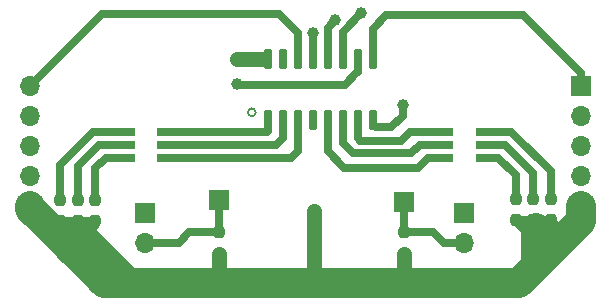
<source format=gbr>
%TF.GenerationSoftware,KiCad,Pcbnew,(6.0.2)*%
%TF.CreationDate,2022-03-27T20:09:04+02:00*%
%TF.ProjectId,pcb,7063622e-6b69-4636-9164-5f7063625858,rev?*%
%TF.SameCoordinates,Original*%
%TF.FileFunction,Copper,L1,Top*%
%TF.FilePolarity,Positive*%
%FSLAX46Y46*%
G04 Gerber Fmt 4.6, Leading zero omitted, Abs format (unit mm)*
G04 Created by KiCad (PCBNEW (6.0.2)) date 2022-03-27 20:09:04*
%MOMM*%
%LPD*%
G01*
G04 APERTURE LIST*
G04 Aperture macros list*
%AMRoundRect*
0 Rectangle with rounded corners*
0 $1 Rounding radius*
0 $2 $3 $4 $5 $6 $7 $8 $9 X,Y pos of 4 corners*
0 Add a 4 corners polygon primitive as box body*
4,1,4,$2,$3,$4,$5,$6,$7,$8,$9,$2,$3,0*
0 Add four circle primitives for the rounded corners*
1,1,$1+$1,$2,$3*
1,1,$1+$1,$4,$5*
1,1,$1+$1,$6,$7*
1,1,$1+$1,$8,$9*
0 Add four rect primitives between the rounded corners*
20,1,$1+$1,$2,$3,$4,$5,0*
20,1,$1+$1,$4,$5,$6,$7,0*
20,1,$1+$1,$6,$7,$8,$9,0*
20,1,$1+$1,$8,$9,$2,$3,0*%
G04 Aperture macros list end*
%TA.AperFunction,NonConductor*%
%ADD10C,0.200000*%
%TD*%
%TA.AperFunction,SMDPad,CuDef*%
%ADD11R,1.300000X0.700000*%
%TD*%
%TA.AperFunction,SMDPad,CuDef*%
%ADD12RoundRect,0.237500X0.237500X-0.250000X0.237500X0.250000X-0.237500X0.250000X-0.237500X-0.250000X0*%
%TD*%
%TA.AperFunction,SMDPad,CuDef*%
%ADD13RoundRect,0.150000X0.150000X-0.725000X0.150000X0.725000X-0.150000X0.725000X-0.150000X-0.725000X0*%
%TD*%
%TA.AperFunction,SMDPad,CuDef*%
%ADD14RoundRect,0.237500X-0.237500X0.250000X-0.237500X-0.250000X0.237500X-0.250000X0.237500X0.250000X0*%
%TD*%
%TA.AperFunction,ComponentPad*%
%ADD15R,1.700000X1.700000*%
%TD*%
%TA.AperFunction,ComponentPad*%
%ADD16O,1.700000X1.700000*%
%TD*%
%TA.AperFunction,ViaPad*%
%ADD17C,1.000000*%
%TD*%
%TA.AperFunction,Conductor*%
%ADD18C,0.635000*%
%TD*%
%TA.AperFunction,Conductor*%
%ADD19C,2.540000*%
%TD*%
%TA.AperFunction,Conductor*%
%ADD20C,1.270000*%
%TD*%
G04 APERTURE END LIST*
D10*
X69042415Y-51720000D02*
G75*
G03*
X69042415Y-51720000I-332415J0D01*
G01*
D11*
%TO.P,D1,1,RK*%
%TO.N,Net-(U1-Pad3)*%
X61300000Y-55550000D03*
%TO.P,D1,2,GK*%
%TO.N,Net-(U1-Pad2)*%
X61300000Y-54450000D03*
%TO.P,D1,3,BK*%
%TO.N,Net-(U1-Pad1)*%
X61300000Y-53350000D03*
%TO.P,D1,4,BA*%
%TO.N,Net-(220om1-Pad2)*%
X58200000Y-53350000D03*
%TO.P,D1,5,GA*%
%TO.N,Net-(220om2-Pad1)*%
X58200000Y-54450000D03*
%TO.P,D1,6,RA*%
%TO.N,Net-(200om1-Pad1)*%
X58200000Y-55550000D03*
%TD*%
D12*
%TO.P,220om3,1*%
%TO.N,+3V3*%
X91050000Y-60862500D03*
%TO.P,220om3,2*%
%TO.N,Net-(220om3-Pad2)*%
X91050000Y-59037500D03*
%TD*%
%TO.P,R1,1*%
%TO.N,+3V3*%
X65900000Y-63712500D03*
%TO.P,R1,2*%
%TO.N,Net-(J2-Pad1)*%
X65900000Y-61887500D03*
%TD*%
D13*
%TO.P,U1,1,QB*%
%TO.N,Net-(U1-Pad1)*%
X70055000Y-52375000D03*
%TO.P,U1,2,QC*%
%TO.N,Net-(U1-Pad2)*%
X71325000Y-52375000D03*
%TO.P,U1,3,QD*%
%TO.N,Net-(U1-Pad3)*%
X72595000Y-52375000D03*
%TO.P,U1,4,QE*%
%TO.N,unconnected-(U1-Pad4)*%
X73865000Y-52375000D03*
%TO.P,U1,5,QF*%
%TO.N,Net-(D2-Pad3)*%
X75135000Y-52375000D03*
%TO.P,U1,6,QG*%
%TO.N,Net-(U1-Pad6)*%
X76405000Y-52375000D03*
%TO.P,U1,7,QH*%
%TO.N,Net-(D2-Pad1)*%
X77675000Y-52375000D03*
%TO.P,U1,8,GND*%
%TO.N,GND*%
X78945000Y-52375000D03*
%TO.P,U1,9,QH'*%
%TO.N,Net-(J1-Pad1)*%
X78945000Y-47225000D03*
%TO.P,U1,10,~{SRCLR}*%
%TO.N,+3V3*%
X77675000Y-47225000D03*
%TO.P,U1,11,SRCLK*%
%TO.N,Net-(J1-Pad2)*%
X76405000Y-47225000D03*
%TO.P,U1,12,RCLK*%
%TO.N,Net-(J1-Pad3)*%
X75135000Y-47225000D03*
%TO.P,U1,13,~{OE}*%
%TO.N,GND*%
X73865000Y-47225000D03*
%TO.P,U1,14,SER*%
%TO.N,Net-(J4-Pad5)*%
X72595000Y-47225000D03*
%TO.P,U1,15,QA*%
%TO.N,unconnected-(U1-Pad15)*%
X71325000Y-47225000D03*
%TO.P,U1,16,VCC*%
%TO.N,+3V3*%
X70055000Y-47225000D03*
%TD*%
D14*
%TO.P,220om4,1*%
%TO.N,Net-(220om4-Pad1)*%
X92550000Y-59037500D03*
%TO.P,220om4,2*%
%TO.N,+3V3*%
X92550000Y-60862500D03*
%TD*%
D15*
%TO.P,J2,1,Pin_1*%
%TO.N,Net-(J2-Pad1)*%
X65950000Y-59150000D03*
%TD*%
%TO.P,J6,1,Pin_1*%
%TO.N,GND*%
X86700000Y-60260000D03*
D16*
%TO.P,J6,2,Pin_2*%
%TO.N,Net-(J5-Pad1)*%
X86700000Y-62800000D03*
%TD*%
D12*
%TO.P,220om1,1*%
%TO.N,+3V3*%
X52500000Y-60932500D03*
%TO.P,220om1,2*%
%TO.N,Net-(220om1-Pad2)*%
X52500000Y-59107500D03*
%TD*%
D15*
%TO.P,J4,1,Pin_1*%
%TO.N,+3V3*%
X49900000Y-59675000D03*
D16*
%TO.P,J4,2,Pin_2*%
%TO.N,GND*%
X49900000Y-57135000D03*
%TO.P,J4,3,Pin_3*%
%TO.N,Net-(J1-Pad3)*%
X49900000Y-54595000D03*
%TO.P,J4,4,Pin_4*%
%TO.N,Net-(J1-Pad2)*%
X49900000Y-52055000D03*
%TO.P,J4,5,Pin_5*%
%TO.N,Net-(J4-Pad5)*%
X49900000Y-49515000D03*
%TD*%
D15*
%TO.P,J1,1,Pin_1*%
%TO.N,Net-(J1-Pad1)*%
X96600000Y-49525000D03*
D16*
%TO.P,J1,2,Pin_2*%
%TO.N,Net-(J1-Pad2)*%
X96600000Y-52065000D03*
%TO.P,J1,3,Pin_3*%
%TO.N,Net-(J1-Pad3)*%
X96600000Y-54605000D03*
%TO.P,J1,4,Pin_4*%
%TO.N,GND*%
X96600000Y-57145000D03*
%TO.P,J1,5,Pin_5*%
%TO.N,+3V3*%
X96600000Y-59685000D03*
%TD*%
D14*
%TO.P,200om2,1*%
%TO.N,Net-(200om2-Pad1)*%
X94050000Y-59037500D03*
%TO.P,200om2,2*%
%TO.N,+3V3*%
X94050000Y-60862500D03*
%TD*%
D15*
%TO.P,J3,1,Pin_1*%
%TO.N,GND*%
X59700000Y-60225000D03*
D16*
%TO.P,J3,2,Pin_2*%
%TO.N,Net-(J2-Pad1)*%
X59700000Y-62765000D03*
%TD*%
D11*
%TO.P,D2,1,RK*%
%TO.N,Net-(D2-Pad1)*%
X85200000Y-53350000D03*
%TO.P,D2,2,GK*%
%TO.N,Net-(U1-Pad6)*%
X85200000Y-54450000D03*
%TO.P,D2,3,BK*%
%TO.N,Net-(D2-Pad3)*%
X85200000Y-55550000D03*
%TO.P,D2,4,BA*%
%TO.N,Net-(220om3-Pad2)*%
X88300000Y-55550000D03*
%TO.P,D2,5,GA*%
%TO.N,Net-(220om4-Pad1)*%
X88300000Y-54450000D03*
%TO.P,D2,6,RA*%
%TO.N,Net-(200om2-Pad1)*%
X88300000Y-53350000D03*
%TD*%
D15*
%TO.P,J5,1,Pin_1*%
%TO.N,Net-(J5-Pad1)*%
X81600000Y-59300000D03*
%TD*%
D14*
%TO.P,220om2,1*%
%TO.N,Net-(220om2-Pad1)*%
X53975000Y-59112500D03*
%TO.P,220om2,2*%
%TO.N,+3V3*%
X53975000Y-60937500D03*
%TD*%
%TO.P,200om1,1*%
%TO.N,Net-(200om1-Pad1)*%
X55450000Y-59112500D03*
%TO.P,200om1,2*%
%TO.N,+3V3*%
X55450000Y-60937500D03*
%TD*%
D12*
%TO.P,R2,1*%
%TO.N,+3V3*%
X81600000Y-63712500D03*
%TO.P,R2,2*%
%TO.N,Net-(J5-Pad1)*%
X81600000Y-61887500D03*
%TD*%
D17*
%TO.N,GND*%
X81500000Y-51100000D03*
X73870000Y-45030000D03*
%TO.N,+3V3*%
X74000000Y-60000000D03*
X67425000Y-47225000D03*
X67425000Y-49325000D03*
%TO.N,Net-(J1-Pad2)*%
X78000000Y-43300000D03*
%TO.N,Net-(J1-Pad3)*%
X75800000Y-43900000D03*
%TD*%
D18*
%TO.N,GND*%
X81500000Y-52010000D02*
X81500000Y-51100000D01*
X73870000Y-45030000D02*
X73865000Y-45035000D01*
X73865000Y-45035000D02*
X73865000Y-47225000D01*
X79260000Y-52970000D02*
X80540000Y-52970000D01*
X80540000Y-52970000D02*
X81500000Y-52010000D01*
%TO.N,Net-(200om1-Pad1)*%
X56360000Y-55550000D02*
X55450000Y-56460000D01*
X58200000Y-55550000D02*
X56360000Y-55550000D01*
X55450000Y-56460000D02*
X55450000Y-59112500D01*
%TO.N,Net-(200om2-Pad1)*%
X94050000Y-56700000D02*
X94050000Y-59037500D01*
X90700000Y-53350000D02*
X94050000Y-56700000D01*
X88300000Y-53350000D02*
X90700000Y-53350000D01*
D19*
%TO.N,+3V3*%
X53447500Y-63352500D02*
X54397500Y-64302500D01*
D20*
X67450000Y-47200000D02*
X69700000Y-47200000D01*
D19*
X54397500Y-64302500D02*
X49900000Y-59805000D01*
X58200000Y-66150000D02*
X65550000Y-66150000D01*
D18*
X55450000Y-60937500D02*
X53975000Y-60937500D01*
D20*
X65900000Y-65800000D02*
X65550000Y-66150000D01*
D19*
X54075000Y-62025000D02*
X53975000Y-62025000D01*
X92800000Y-64300000D02*
X93000000Y-64500000D01*
X81550000Y-66150000D02*
X91350000Y-66150000D01*
D18*
X76600000Y-49400000D02*
X67350000Y-49400000D01*
D20*
X67425000Y-47225000D02*
X67450000Y-47200000D01*
D19*
X91350000Y-66150000D02*
X93000000Y-64500000D01*
X92800000Y-64300000D02*
X92800000Y-61550000D01*
D18*
X77675000Y-47225000D02*
X77675000Y-48325000D01*
D19*
X49970000Y-59875000D02*
X52047500Y-61952500D01*
X91350000Y-66150000D02*
X94375000Y-63125000D01*
X65550000Y-66150000D02*
X73950000Y-66150000D01*
D18*
X92775000Y-61525000D02*
X94375000Y-63125000D01*
X52500000Y-60932500D02*
X53970000Y-60932500D01*
D19*
X91350000Y-66150000D02*
X96600000Y-60900000D01*
D18*
X77675000Y-48325000D02*
X77650000Y-48350000D01*
D20*
X81600000Y-63712500D02*
X81600000Y-66100000D01*
D18*
X92550000Y-61300000D02*
X92775000Y-61525000D01*
D19*
X92800000Y-61550000D02*
X92775000Y-61525000D01*
X58200000Y-66150000D02*
X54075000Y-62025000D01*
D20*
X65900000Y-63712500D02*
X65900000Y-65800000D01*
D18*
X55450000Y-60937500D02*
X55450000Y-61350000D01*
D20*
X81600000Y-66100000D02*
X81550000Y-66150000D01*
D19*
X73950000Y-66150000D02*
X81550000Y-66150000D01*
X52047500Y-61952500D02*
X53447500Y-63352500D01*
D20*
X73950000Y-60050000D02*
X73950000Y-66150000D01*
D18*
X94050000Y-60862500D02*
X92550000Y-60862500D01*
X91625000Y-61525000D02*
X92775000Y-61525000D01*
X77650000Y-48350000D02*
X76600000Y-49400000D01*
X91050000Y-60950000D02*
X91625000Y-61525000D01*
X91050000Y-60862500D02*
X91050000Y-60950000D01*
D19*
X94375000Y-63125000D02*
X96600000Y-60900000D01*
X54397500Y-64302500D02*
X56245000Y-66150000D01*
D18*
X94375000Y-61187500D02*
X94050000Y-60862500D01*
D19*
X96600000Y-60900000D02*
X96600000Y-59685000D01*
X49900000Y-59805000D02*
X49900000Y-59675000D01*
X56245000Y-66150000D02*
X58200000Y-66150000D01*
D18*
X53975000Y-60937500D02*
X53975000Y-62025000D01*
X91050000Y-60862500D02*
X92550000Y-60862500D01*
X92550000Y-60862500D02*
X92550000Y-61300000D01*
X55450000Y-61350000D02*
X53447500Y-63352500D01*
X52500000Y-61500000D02*
X52047500Y-61952500D01*
X94375000Y-63125000D02*
X94375000Y-61187500D01*
X53975000Y-62825000D02*
X53447500Y-63352500D01*
X53975000Y-62025000D02*
X53975000Y-62825000D01*
X52500000Y-60932500D02*
X52500000Y-61500000D01*
X53970000Y-60932500D02*
X53975000Y-60937500D01*
%TO.N,Net-(220om1-Pad2)*%
X55310000Y-53350000D02*
X52500000Y-56160000D01*
X58200000Y-53350000D02*
X55310000Y-53350000D01*
X52500000Y-56160000D02*
X52500000Y-59107500D01*
%TO.N,Net-(220om2-Pad1)*%
X58200000Y-54450000D02*
X55800000Y-54450000D01*
X53975000Y-56275000D02*
X53975000Y-59112500D01*
X55800000Y-54450000D02*
X53975000Y-56275000D01*
%TO.N,Net-(220om3-Pad2)*%
X91050000Y-57000000D02*
X91050000Y-59037500D01*
X89600000Y-55550000D02*
X91050000Y-57000000D01*
X88300000Y-55550000D02*
X89600000Y-55550000D01*
%TO.N,Net-(220om4-Pad1)*%
X90150000Y-54450000D02*
X92550000Y-56850000D01*
X88300000Y-54450000D02*
X90150000Y-54450000D01*
X92550000Y-56850000D02*
X92550000Y-59037500D01*
%TO.N,Net-(J5-Pad1)*%
X84087500Y-61887500D02*
X85000000Y-62800000D01*
X81600000Y-61887500D02*
X84087500Y-61887500D01*
X81600000Y-61887500D02*
X81600000Y-59300000D01*
X85000000Y-62800000D02*
X86700000Y-62800000D01*
%TO.N,Net-(J1-Pad1)*%
X91700000Y-43500000D02*
X96600000Y-48400000D01*
X96600000Y-48400000D02*
X96600000Y-49525000D01*
X78945000Y-47225000D02*
X78945000Y-44655000D01*
X80100000Y-43500000D02*
X91700000Y-43500000D01*
X78945000Y-44655000D02*
X80100000Y-43500000D01*
%TO.N,Net-(J1-Pad2)*%
X78000000Y-43300000D02*
X76405000Y-44895000D01*
X76405000Y-44895000D02*
X76405000Y-47225000D01*
%TO.N,Net-(J1-Pad3)*%
X75135000Y-44565000D02*
X75135000Y-47225000D01*
X75800000Y-43900000D02*
X75135000Y-44565000D01*
%TO.N,Net-(J2-Pad1)*%
X65900000Y-61887500D02*
X63412500Y-61887500D01*
X62535000Y-62765000D02*
X59700000Y-62765000D01*
X65900000Y-61887500D02*
X65900000Y-59200000D01*
X65900000Y-59200000D02*
X65950000Y-59150000D01*
X63412500Y-61887500D02*
X62535000Y-62765000D01*
%TO.N,Net-(J4-Pad5)*%
X56015000Y-43400000D02*
X71000000Y-43400000D01*
X72595000Y-44995000D02*
X72595000Y-47225000D01*
X71000000Y-43400000D02*
X72595000Y-44995000D01*
X49900000Y-49515000D02*
X56015000Y-43400000D01*
%TO.N,Net-(U1-Pad1)*%
X70055000Y-52375000D02*
X70055000Y-53305000D01*
X70020000Y-53350000D02*
X61300000Y-53350000D01*
X70060000Y-53310000D02*
X70020000Y-53350000D01*
X70055000Y-53305000D02*
X70060000Y-53310000D01*
%TO.N,Net-(U1-Pad2)*%
X71325000Y-52375000D02*
X71325000Y-53875000D01*
X71325000Y-53875000D02*
X70750000Y-54450000D01*
X70750000Y-54450000D02*
X61300000Y-54450000D01*
%TO.N,Net-(U1-Pad3)*%
X72595000Y-54995000D02*
X72600000Y-55000000D01*
X72600000Y-53400000D02*
X72600000Y-52380000D01*
X72600000Y-52380000D02*
X72595000Y-52375000D01*
X72600000Y-55000000D02*
X72050000Y-55550000D01*
X72050000Y-55550000D02*
X61300000Y-55550000D01*
X72595000Y-52375000D02*
X72595000Y-54995000D01*
%TO.N,Net-(U1-Pad6)*%
X85200000Y-54450000D02*
X82940000Y-54450000D01*
X77250000Y-55200000D02*
X76405000Y-54355000D01*
X82940000Y-54450000D02*
X82190000Y-55200000D01*
X82190000Y-55200000D02*
X77250000Y-55200000D01*
X76405000Y-54355000D02*
X76405000Y-52375000D01*
%TO.N,Net-(D2-Pad1)*%
X77900000Y-54150000D02*
X77675000Y-53925000D01*
X81310000Y-54150000D02*
X77900000Y-54150000D01*
X82110000Y-53350000D02*
X81310000Y-54150000D01*
X85200000Y-53350000D02*
X82110000Y-53350000D01*
X77675000Y-53925000D02*
X77675000Y-52375000D01*
%TO.N,Net-(D2-Pad3)*%
X85200000Y-55550000D02*
X83620000Y-55550000D01*
X83620000Y-55550000D02*
X82770000Y-56400000D01*
X75135000Y-55035000D02*
X75135000Y-52375000D01*
X82770000Y-56400000D02*
X76500000Y-56400000D01*
X76500000Y-56400000D02*
X75135000Y-55035000D01*
%TD*%
M02*

</source>
